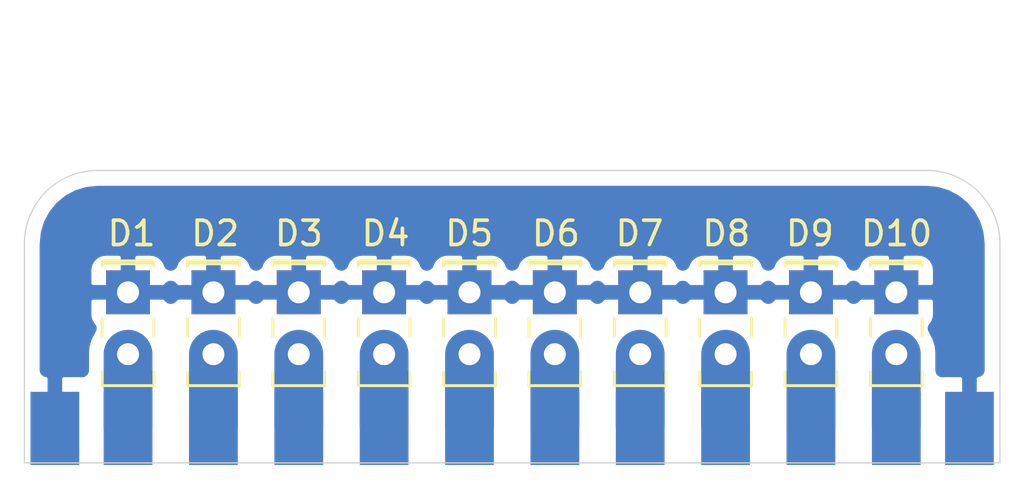
<source format=kicad_pcb>
(kicad_pcb (version 20171130) (host pcbnew "(5.1.5-0-10_14)")

  (general
    (thickness 1.6)
    (drawings 7)
    (tracks 13)
    (zones 0)
    (modules 11)
    (nets 12)
  )

  (page A4)
  (layers
    (0 F.Cu signal)
    (31 B.Cu signal)
    (32 B.Adhes user)
    (33 F.Adhes user)
    (34 B.Paste user)
    (35 F.Paste user)
    (36 B.SilkS user)
    (37 F.SilkS user)
    (38 B.Mask user)
    (39 F.Mask user)
    (40 Dwgs.User user)
    (41 Cmts.User user)
    (42 Eco1.User user)
    (43 Eco2.User user)
    (44 Edge.Cuts user)
    (45 Margin user)
    (46 B.CrtYd user)
    (47 F.CrtYd user)
    (48 B.Fab user)
    (49 F.Fab user)
  )

  (setup
    (last_trace_width 2)
    (trace_clearance 0.5)
    (zone_clearance 0.6)
    (zone_45_only no)
    (trace_min 0.2)
    (via_size 0.8)
    (via_drill 0.4)
    (via_min_size 0.4)
    (via_min_drill 0.3)
    (uvia_size 0.3)
    (uvia_drill 0.1)
    (uvias_allowed no)
    (uvia_min_size 0.2)
    (uvia_min_drill 0.1)
    (edge_width 0.05)
    (segment_width 0.2)
    (pcb_text_width 0.3)
    (pcb_text_size 1.5 1.5)
    (mod_edge_width 0.12)
    (mod_text_size 1 1)
    (mod_text_width 0.15)
    (pad_size 1.524 1.524)
    (pad_drill 0.762)
    (pad_to_mask_clearance 0.051)
    (solder_mask_min_width 0.25)
    (aux_axis_origin 0 0)
    (visible_elements FFFFFF7F)
    (pcbplotparams
      (layerselection 0x010fc_ffffffff)
      (usegerberextensions false)
      (usegerberattributes false)
      (usegerberadvancedattributes false)
      (creategerberjobfile false)
      (excludeedgelayer true)
      (linewidth 0.100000)
      (plotframeref false)
      (viasonmask false)
      (mode 1)
      (useauxorigin false)
      (hpglpennumber 1)
      (hpglpenspeed 20)
      (hpglpendiameter 15.000000)
      (psnegative false)
      (psa4output false)
      (plotreference true)
      (plotvalue true)
      (plotinvisibletext false)
      (padsonsilk false)
      (subtractmaskfromsilk false)
      (outputformat 1)
      (mirror false)
      (drillshape 0)
      (scaleselection 1)
      (outputdirectory "../gerber/led_board"))
  )

  (net 0 "")
  (net 1 GND)
  (net 2 "Net-(D1-Pad2)")
  (net 3 "Net-(D2-Pad2)")
  (net 4 "Net-(D3-Pad2)")
  (net 5 "Net-(D4-Pad2)")
  (net 6 "Net-(D5-Pad2)")
  (net 7 "Net-(D6-Pad2)")
  (net 8 "Net-(D7-Pad2)")
  (net 9 "Net-(D8-Pad2)")
  (net 10 "Net-(D9-Pad2)")
  (net 11 "Net-(D10-Pad2)")

  (net_class Default "This is the default net class."
    (clearance 0.5)
    (trace_width 2)
    (via_dia 0.8)
    (via_drill 0.4)
    (uvia_dia 0.3)
    (uvia_drill 0.1)
    (add_net GND)
    (add_net "Net-(D1-Pad2)")
    (add_net "Net-(D10-Pad2)")
    (add_net "Net-(D2-Pad2)")
    (add_net "Net-(D3-Pad2)")
    (add_net "Net-(D4-Pad2)")
    (add_net "Net-(D5-Pad2)")
    (add_net "Net-(D6-Pad2)")
    (add_net "Net-(D7-Pad2)")
    (add_net "Net-(D8-Pad2)")
    (add_net "Net-(D9-Pad2)")
  )

  (module lib:PCBEdge_x11 (layer B.Cu) (tedit 5F16ADD3) (tstamp 5F172409)
    (at 144.25 100.584)
    (descr PCBEdge_Pin_HEader_x11)
    (tags PCBEdge)
    (path /5F16E646)
    (attr virtual)
    (fp_text reference J1 (at 11.176 2.54) (layer B.SilkS) hide
      (effects (font (size 1 1) (thickness 0.15)) (justify mirror))
    )
    (fp_text value Conn_01x11_Male (at 11.684 -2.794) (layer B.Fab)
      (effects (font (size 1 1) (thickness 0.15)) (justify mirror))
    )
    (fp_line (start 35.56 -1.524) (end -4.064 -1.524) (layer B.CrtYd) (width 0.05))
    (fp_line (start 35.56 -1.524) (end 35.56 1.524) (layer B.CrtYd) (width 0.05))
    (fp_line (start -4.064 1.524) (end -4.064 -1.524) (layer B.CrtYd) (width 0.05))
    (fp_line (start -4.064 1.524) (end 35.56 1.524) (layer B.CrtYd) (width 0.05))
    (pad 11 connect rect (at -3 0) (size 2 3) (layers B.Cu B.Mask)
      (net 1 GND))
    (pad 11 connect rect (at 34.5 0) (size 2 3) (layers B.Cu B.Mask)
      (net 1 GND))
    (pad 10 connect rect (at 31.5 0) (size 2 3) (layers B.Cu B.Mask)
      (net 11 "Net-(D10-Pad2)"))
    (pad 9 connect rect (at 28 0) (size 2 3) (layers B.Cu B.Mask)
      (net 10 "Net-(D9-Pad2)"))
    (pad 8 connect rect (at 24.5 0) (size 2 3) (layers B.Cu B.Mask)
      (net 9 "Net-(D8-Pad2)"))
    (pad 7 connect rect (at 21 0) (size 2 3) (layers B.Cu B.Mask)
      (net 8 "Net-(D7-Pad2)"))
    (pad 6 connect rect (at 17.5 0 180) (size 2 3) (layers B.Cu B.Mask)
      (net 7 "Net-(D6-Pad2)"))
    (pad 5 connect rect (at 14 0) (size 2 3) (layers B.Cu B.Mask)
      (net 6 "Net-(D5-Pad2)"))
    (pad 4 connect rect (at 10.5 0) (size 2 3) (layers B.Cu B.Mask)
      (net 5 "Net-(D4-Pad2)"))
    (pad 3 connect rect (at 7 0) (size 2 3) (layers B.Cu B.Mask)
      (net 4 "Net-(D3-Pad2)"))
    (pad 2 connect rect (at 3.5 0) (size 2 3) (layers B.Cu B.Mask)
      (net 3 "Net-(D2-Pad2)"))
    (pad 1 connect rect (at 0 0) (size 2 3) (layers B.Cu B.Mask)
      (net 2 "Net-(D1-Pad2)"))
  )

  (module LED_THT:LED_Rectangular_W5.0mm_H2.0mm (layer F.Cu) (tedit 587A3A7B) (tstamp 5F1733F7)
    (at 144.25 95 270)
    (descr "LED_Rectangular, Rectangular,  Rectangular size 5.0x2.0mm^2, 2 pins, http://www.kingbright.com/attachments/file/psearch/000/00/00/L-169XCGDK(Ver.9B).pdf")
    (tags "LED_Rectangular Rectangular  Rectangular size 5.0x2.0mm^2 2 pins")
    (path /5F169A9A)
    (fp_text reference D1 (at -2.417 -0.145 180) (layer F.SilkS)
      (effects (font (size 1 1) (thickness 0.15)))
    )
    (fp_text value LED (at 1.27 2.06 90) (layer F.Fab)
      (effects (font (size 1 1) (thickness 0.15)))
    )
    (fp_line (start -1.23 -1) (end -1.23 1) (layer F.Fab) (width 0.1))
    (fp_line (start -1.23 1) (end 3.77 1) (layer F.Fab) (width 0.1))
    (fp_line (start 3.77 1) (end 3.77 -1) (layer F.Fab) (width 0.1))
    (fp_line (start 3.77 -1) (end -1.23 -1) (layer F.Fab) (width 0.1))
    (fp_line (start -1.29 -1.06) (end -1.08 -1.06) (layer F.SilkS) (width 0.12))
    (fp_line (start 1.08 -1.06) (end 1.811 -1.06) (layer F.SilkS) (width 0.12))
    (fp_line (start 3.27 -1.06) (end 3.83 -1.06) (layer F.SilkS) (width 0.12))
    (fp_line (start -1.29 1.06) (end -1.08 1.06) (layer F.SilkS) (width 0.12))
    (fp_line (start 1.08 1.06) (end 1.811 1.06) (layer F.SilkS) (width 0.12))
    (fp_line (start 3.27 1.06) (end 3.83 1.06) (layer F.SilkS) (width 0.12))
    (fp_line (start -1.29 -1.06) (end -1.29 1.06) (layer F.SilkS) (width 0.12))
    (fp_line (start 3.83 -1.06) (end 3.83 1.06) (layer F.SilkS) (width 0.12))
    (fp_line (start -1.17 -1.06) (end -1.17 1.06) (layer F.SilkS) (width 0.12))
    (fp_line (start -1.55 -1.35) (end -1.55 1.35) (layer F.CrtYd) (width 0.05))
    (fp_line (start -1.55 1.35) (end 4.1 1.35) (layer F.CrtYd) (width 0.05))
    (fp_line (start 4.1 1.35) (end 4.1 -1.35) (layer F.CrtYd) (width 0.05))
    (fp_line (start 4.1 -1.35) (end -1.55 -1.35) (layer F.CrtYd) (width 0.05))
    (pad 1 thru_hole rect (at 0 0 270) (size 1.8 1.8) (drill 0.9) (layers *.Cu *.Mask)
      (net 1 GND))
    (pad 2 thru_hole circle (at 2.54 0 270) (size 1.8 1.8) (drill 0.9) (layers *.Cu *.Mask)
      (net 2 "Net-(D1-Pad2)"))
    (model ${KISYS3DMOD}/LED_THT.3dshapes/LED_Rectangular_W5.0mm_H2.0mm.wrl
      (at (xyz 0 0 0))
      (scale (xyz 1 1 1))
      (rotate (xyz 0 0 0))
    )
  )

  (module LED_THT:LED_Rectangular_W5.0mm_H2.0mm (layer F.Cu) (tedit 587A3A7B) (tstamp 5F173541)
    (at 147.75 95 270)
    (descr "LED_Rectangular, Rectangular,  Rectangular size 5.0x2.0mm^2, 2 pins, http://www.kingbright.com/attachments/file/psearch/000/00/00/L-169XCGDK(Ver.9B).pdf")
    (tags "LED_Rectangular Rectangular  Rectangular size 5.0x2.0mm^2 2 pins")
    (path /5F16B65F)
    (fp_text reference D2 (at -2.417 -0.074 180) (layer F.SilkS)
      (effects (font (size 1 1) (thickness 0.15)))
    )
    (fp_text value LED (at 1.27 2.06 90) (layer F.Fab)
      (effects (font (size 1 1) (thickness 0.15)))
    )
    (fp_line (start 4.1 -1.35) (end -1.55 -1.35) (layer F.CrtYd) (width 0.05))
    (fp_line (start 4.1 1.35) (end 4.1 -1.35) (layer F.CrtYd) (width 0.05))
    (fp_line (start -1.55 1.35) (end 4.1 1.35) (layer F.CrtYd) (width 0.05))
    (fp_line (start -1.55 -1.35) (end -1.55 1.35) (layer F.CrtYd) (width 0.05))
    (fp_line (start -1.17 -1.06) (end -1.17 1.06) (layer F.SilkS) (width 0.12))
    (fp_line (start 3.83 -1.06) (end 3.83 1.06) (layer F.SilkS) (width 0.12))
    (fp_line (start -1.29 -1.06) (end -1.29 1.06) (layer F.SilkS) (width 0.12))
    (fp_line (start 3.27 1.06) (end 3.83 1.06) (layer F.SilkS) (width 0.12))
    (fp_line (start 1.08 1.06) (end 1.811 1.06) (layer F.SilkS) (width 0.12))
    (fp_line (start -1.29 1.06) (end -1.08 1.06) (layer F.SilkS) (width 0.12))
    (fp_line (start 3.27 -1.06) (end 3.83 -1.06) (layer F.SilkS) (width 0.12))
    (fp_line (start 1.08 -1.06) (end 1.811 -1.06) (layer F.SilkS) (width 0.12))
    (fp_line (start -1.29 -1.06) (end -1.08 -1.06) (layer F.SilkS) (width 0.12))
    (fp_line (start 3.77 -1) (end -1.23 -1) (layer F.Fab) (width 0.1))
    (fp_line (start 3.77 1) (end 3.77 -1) (layer F.Fab) (width 0.1))
    (fp_line (start -1.23 1) (end 3.77 1) (layer F.Fab) (width 0.1))
    (fp_line (start -1.23 -1) (end -1.23 1) (layer F.Fab) (width 0.1))
    (pad 2 thru_hole circle (at 2.54 0 270) (size 1.8 1.8) (drill 0.9) (layers *.Cu *.Mask)
      (net 3 "Net-(D2-Pad2)"))
    (pad 1 thru_hole rect (at 0 0 270) (size 1.8 1.8) (drill 0.9) (layers *.Cu *.Mask)
      (net 1 GND))
    (model ${KISYS3DMOD}/LED_THT.3dshapes/LED_Rectangular_W5.0mm_H2.0mm.wrl
      (at (xyz 0 0 0))
      (scale (xyz 1 1 1))
      (rotate (xyz 0 0 0))
    )
  )

  (module LED_THT:LED_Rectangular_W5.0mm_H2.0mm (layer F.Cu) (tedit 587A3A7B) (tstamp 5F1732EF)
    (at 151.25 95 270)
    (descr "LED_Rectangular, Rectangular,  Rectangular size 5.0x2.0mm^2, 2 pins, http://www.kingbright.com/attachments/file/psearch/000/00/00/L-169XCGDK(Ver.9B).pdf")
    (tags "LED_Rectangular Rectangular  Rectangular size 5.0x2.0mm^2 2 pins")
    (path /5F16BC49)
    (fp_text reference D3 (at -2.417 -0.003 180) (layer F.SilkS)
      (effects (font (size 1 1) (thickness 0.15)))
    )
    (fp_text value LED (at 1.27 2.06 90) (layer F.Fab)
      (effects (font (size 1 1) (thickness 0.15)))
    )
    (fp_line (start -1.23 -1) (end -1.23 1) (layer F.Fab) (width 0.1))
    (fp_line (start -1.23 1) (end 3.77 1) (layer F.Fab) (width 0.1))
    (fp_line (start 3.77 1) (end 3.77 -1) (layer F.Fab) (width 0.1))
    (fp_line (start 3.77 -1) (end -1.23 -1) (layer F.Fab) (width 0.1))
    (fp_line (start -1.29 -1.06) (end -1.08 -1.06) (layer F.SilkS) (width 0.12))
    (fp_line (start 1.08 -1.06) (end 1.811 -1.06) (layer F.SilkS) (width 0.12))
    (fp_line (start 3.27 -1.06) (end 3.83 -1.06) (layer F.SilkS) (width 0.12))
    (fp_line (start -1.29 1.06) (end -1.08 1.06) (layer F.SilkS) (width 0.12))
    (fp_line (start 1.08 1.06) (end 1.811 1.06) (layer F.SilkS) (width 0.12))
    (fp_line (start 3.27 1.06) (end 3.83 1.06) (layer F.SilkS) (width 0.12))
    (fp_line (start -1.29 -1.06) (end -1.29 1.06) (layer F.SilkS) (width 0.12))
    (fp_line (start 3.83 -1.06) (end 3.83 1.06) (layer F.SilkS) (width 0.12))
    (fp_line (start -1.17 -1.06) (end -1.17 1.06) (layer F.SilkS) (width 0.12))
    (fp_line (start -1.55 -1.35) (end -1.55 1.35) (layer F.CrtYd) (width 0.05))
    (fp_line (start -1.55 1.35) (end 4.1 1.35) (layer F.CrtYd) (width 0.05))
    (fp_line (start 4.1 1.35) (end 4.1 -1.35) (layer F.CrtYd) (width 0.05))
    (fp_line (start 4.1 -1.35) (end -1.55 -1.35) (layer F.CrtYd) (width 0.05))
    (pad 1 thru_hole rect (at 0 0 270) (size 1.8 1.8) (drill 0.9) (layers *.Cu *.Mask)
      (net 1 GND))
    (pad 2 thru_hole circle (at 2.54 0 270) (size 1.8 1.8) (drill 0.9) (layers *.Cu *.Mask)
      (net 4 "Net-(D3-Pad2)"))
    (model ${KISYS3DMOD}/LED_THT.3dshapes/LED_Rectangular_W5.0mm_H2.0mm.wrl
      (at (xyz 0 0 0))
      (scale (xyz 1 1 1))
      (rotate (xyz 0 0 0))
    )
  )

  (module LED_THT:LED_Rectangular_W5.0mm_H2.0mm (layer F.Cu) (tedit 587A3A7B) (tstamp 5F1734BD)
    (at 154.75 95 270)
    (descr "LED_Rectangular, Rectangular,  Rectangular size 5.0x2.0mm^2, 2 pins, http://www.kingbright.com/attachments/file/psearch/000/00/00/L-169XCGDK(Ver.9B).pdf")
    (tags "LED_Rectangular Rectangular  Rectangular size 5.0x2.0mm^2 2 pins")
    (path /5F16C2FE)
    (fp_text reference D4 (at -2.417 -0.059 180) (layer F.SilkS)
      (effects (font (size 1 1) (thickness 0.15)))
    )
    (fp_text value LED (at 1.27 2.06 90) (layer F.Fab)
      (effects (font (size 1 1) (thickness 0.15)))
    )
    (fp_line (start 4.1 -1.35) (end -1.55 -1.35) (layer F.CrtYd) (width 0.05))
    (fp_line (start 4.1 1.35) (end 4.1 -1.35) (layer F.CrtYd) (width 0.05))
    (fp_line (start -1.55 1.35) (end 4.1 1.35) (layer F.CrtYd) (width 0.05))
    (fp_line (start -1.55 -1.35) (end -1.55 1.35) (layer F.CrtYd) (width 0.05))
    (fp_line (start -1.17 -1.06) (end -1.17 1.06) (layer F.SilkS) (width 0.12))
    (fp_line (start 3.83 -1.06) (end 3.83 1.06) (layer F.SilkS) (width 0.12))
    (fp_line (start -1.29 -1.06) (end -1.29 1.06) (layer F.SilkS) (width 0.12))
    (fp_line (start 3.27 1.06) (end 3.83 1.06) (layer F.SilkS) (width 0.12))
    (fp_line (start 1.08 1.06) (end 1.811 1.06) (layer F.SilkS) (width 0.12))
    (fp_line (start -1.29 1.06) (end -1.08 1.06) (layer F.SilkS) (width 0.12))
    (fp_line (start 3.27 -1.06) (end 3.83 -1.06) (layer F.SilkS) (width 0.12))
    (fp_line (start 1.08 -1.06) (end 1.811 -1.06) (layer F.SilkS) (width 0.12))
    (fp_line (start -1.29 -1.06) (end -1.08 -1.06) (layer F.SilkS) (width 0.12))
    (fp_line (start 3.77 -1) (end -1.23 -1) (layer F.Fab) (width 0.1))
    (fp_line (start 3.77 1) (end 3.77 -1) (layer F.Fab) (width 0.1))
    (fp_line (start -1.23 1) (end 3.77 1) (layer F.Fab) (width 0.1))
    (fp_line (start -1.23 -1) (end -1.23 1) (layer F.Fab) (width 0.1))
    (pad 2 thru_hole circle (at 2.54 0 270) (size 1.8 1.8) (drill 0.9) (layers *.Cu *.Mask)
      (net 5 "Net-(D4-Pad2)"))
    (pad 1 thru_hole rect (at 0 0 270) (size 1.8 1.8) (drill 0.9) (layers *.Cu *.Mask)
      (net 1 GND))
    (model ${KISYS3DMOD}/LED_THT.3dshapes/LED_Rectangular_W5.0mm_H2.0mm.wrl
      (at (xyz 0 0 0))
      (scale (xyz 1 1 1))
      (rotate (xyz 0 0 0))
    )
  )

  (module LED_THT:LED_Rectangular_W5.0mm_H2.0mm (layer F.Cu) (tedit 587A3A7B) (tstamp 5F173C55)
    (at 158.25 95 270)
    (descr "LED_Rectangular, Rectangular,  Rectangular size 5.0x2.0mm^2, 2 pins, http://www.kingbright.com/attachments/file/psearch/000/00/00/L-169XCGDK(Ver.9B).pdf")
    (tags "LED_Rectangular Rectangular  Rectangular size 5.0x2.0mm^2 2 pins")
    (path /5F16C6DE)
    (fp_text reference D5 (at -2.417 0.012 180) (layer F.SilkS)
      (effects (font (size 1 1) (thickness 0.15)))
    )
    (fp_text value LED (at 1.27 2.06 90) (layer F.Fab)
      (effects (font (size 1 1) (thickness 0.15)))
    )
    (fp_line (start -1.23 -1) (end -1.23 1) (layer F.Fab) (width 0.1))
    (fp_line (start -1.23 1) (end 3.77 1) (layer F.Fab) (width 0.1))
    (fp_line (start 3.77 1) (end 3.77 -1) (layer F.Fab) (width 0.1))
    (fp_line (start 3.77 -1) (end -1.23 -1) (layer F.Fab) (width 0.1))
    (fp_line (start -1.29 -1.06) (end -1.08 -1.06) (layer F.SilkS) (width 0.12))
    (fp_line (start 1.08 -1.06) (end 1.811 -1.06) (layer F.SilkS) (width 0.12))
    (fp_line (start 3.27 -1.06) (end 3.83 -1.06) (layer F.SilkS) (width 0.12))
    (fp_line (start -1.29 1.06) (end -1.08 1.06) (layer F.SilkS) (width 0.12))
    (fp_line (start 1.08 1.06) (end 1.811 1.06) (layer F.SilkS) (width 0.12))
    (fp_line (start 3.27 1.06) (end 3.83 1.06) (layer F.SilkS) (width 0.12))
    (fp_line (start -1.29 -1.06) (end -1.29 1.06) (layer F.SilkS) (width 0.12))
    (fp_line (start 3.83 -1.06) (end 3.83 1.06) (layer F.SilkS) (width 0.12))
    (fp_line (start -1.17 -1.06) (end -1.17 1.06) (layer F.SilkS) (width 0.12))
    (fp_line (start -1.55 -1.35) (end -1.55 1.35) (layer F.CrtYd) (width 0.05))
    (fp_line (start -1.55 1.35) (end 4.1 1.35) (layer F.CrtYd) (width 0.05))
    (fp_line (start 4.1 1.35) (end 4.1 -1.35) (layer F.CrtYd) (width 0.05))
    (fp_line (start 4.1 -1.35) (end -1.55 -1.35) (layer F.CrtYd) (width 0.05))
    (pad 1 thru_hole rect (at 0 0 270) (size 1.8 1.8) (drill 0.9) (layers *.Cu *.Mask)
      (net 1 GND))
    (pad 2 thru_hole circle (at 2.54 0 270) (size 1.8 1.8) (drill 0.9) (layers *.Cu *.Mask)
      (net 6 "Net-(D5-Pad2)"))
    (model ${KISYS3DMOD}/LED_THT.3dshapes/LED_Rectangular_W5.0mm_H2.0mm.wrl
      (at (xyz 0 0 0))
      (scale (xyz 1 1 1))
      (rotate (xyz 0 0 0))
    )
  )

  (module LED_THT:LED_Rectangular_W5.0mm_H2.0mm (layer F.Cu) (tedit 587A3A7B) (tstamp 5F1733B5)
    (at 161.75 95 270)
    (descr "LED_Rectangular, Rectangular,  Rectangular size 5.0x2.0mm^2, 2 pins, http://www.kingbright.com/attachments/file/psearch/000/00/00/L-169XCGDK(Ver.9B).pdf")
    (tags "LED_Rectangular Rectangular  Rectangular size 5.0x2.0mm^2 2 pins")
    (path /5F16CCC8)
    (fp_text reference D6 (at -2.417 -0.044 180) (layer F.SilkS)
      (effects (font (size 1 1) (thickness 0.15)))
    )
    (fp_text value LED (at 1.27 2.06 90) (layer F.Fab)
      (effects (font (size 1 1) (thickness 0.15)))
    )
    (fp_line (start 4.1 -1.35) (end -1.55 -1.35) (layer F.CrtYd) (width 0.05))
    (fp_line (start 4.1 1.35) (end 4.1 -1.35) (layer F.CrtYd) (width 0.05))
    (fp_line (start -1.55 1.35) (end 4.1 1.35) (layer F.CrtYd) (width 0.05))
    (fp_line (start -1.55 -1.35) (end -1.55 1.35) (layer F.CrtYd) (width 0.05))
    (fp_line (start -1.17 -1.06) (end -1.17 1.06) (layer F.SilkS) (width 0.12))
    (fp_line (start 3.83 -1.06) (end 3.83 1.06) (layer F.SilkS) (width 0.12))
    (fp_line (start -1.29 -1.06) (end -1.29 1.06) (layer F.SilkS) (width 0.12))
    (fp_line (start 3.27 1.06) (end 3.83 1.06) (layer F.SilkS) (width 0.12))
    (fp_line (start 1.08 1.06) (end 1.811 1.06) (layer F.SilkS) (width 0.12))
    (fp_line (start -1.29 1.06) (end -1.08 1.06) (layer F.SilkS) (width 0.12))
    (fp_line (start 3.27 -1.06) (end 3.83 -1.06) (layer F.SilkS) (width 0.12))
    (fp_line (start 1.08 -1.06) (end 1.811 -1.06) (layer F.SilkS) (width 0.12))
    (fp_line (start -1.29 -1.06) (end -1.08 -1.06) (layer F.SilkS) (width 0.12))
    (fp_line (start 3.77 -1) (end -1.23 -1) (layer F.Fab) (width 0.1))
    (fp_line (start 3.77 1) (end 3.77 -1) (layer F.Fab) (width 0.1))
    (fp_line (start -1.23 1) (end 3.77 1) (layer F.Fab) (width 0.1))
    (fp_line (start -1.23 -1) (end -1.23 1) (layer F.Fab) (width 0.1))
    (pad 2 thru_hole circle (at 2.54 0 270) (size 1.8 1.8) (drill 0.9) (layers *.Cu *.Mask)
      (net 7 "Net-(D6-Pad2)"))
    (pad 1 thru_hole rect (at 0 0 270) (size 1.8 1.8) (drill 0.9) (layers *.Cu *.Mask)
      (net 1 GND))
    (model ${KISYS3DMOD}/LED_THT.3dshapes/LED_Rectangular_W5.0mm_H2.0mm.wrl
      (at (xyz 0 0 0))
      (scale (xyz 1 1 1))
      (rotate (xyz 0 0 0))
    )
  )

  (module LED_THT:LED_Rectangular_W5.0mm_H2.0mm (layer F.Cu) (tedit 587A3A7B) (tstamp 5F173373)
    (at 165.25 95 270)
    (descr "LED_Rectangular, Rectangular,  Rectangular size 5.0x2.0mm^2, 2 pins, http://www.kingbright.com/attachments/file/psearch/000/00/00/L-169XCGDK(Ver.9B).pdf")
    (tags "LED_Rectangular Rectangular  Rectangular size 5.0x2.0mm^2 2 pins")
    (path /5F16D295)
    (fp_text reference D7 (at -2.417 0.027 180) (layer F.SilkS)
      (effects (font (size 1 1) (thickness 0.15)))
    )
    (fp_text value LED (at 1.27 2.06 90) (layer F.Fab)
      (effects (font (size 1 1) (thickness 0.15)))
    )
    (fp_line (start -1.23 -1) (end -1.23 1) (layer F.Fab) (width 0.1))
    (fp_line (start -1.23 1) (end 3.77 1) (layer F.Fab) (width 0.1))
    (fp_line (start 3.77 1) (end 3.77 -1) (layer F.Fab) (width 0.1))
    (fp_line (start 3.77 -1) (end -1.23 -1) (layer F.Fab) (width 0.1))
    (fp_line (start -1.29 -1.06) (end -1.08 -1.06) (layer F.SilkS) (width 0.12))
    (fp_line (start 1.08 -1.06) (end 1.811 -1.06) (layer F.SilkS) (width 0.12))
    (fp_line (start 3.27 -1.06) (end 3.83 -1.06) (layer F.SilkS) (width 0.12))
    (fp_line (start -1.29 1.06) (end -1.08 1.06) (layer F.SilkS) (width 0.12))
    (fp_line (start 1.08 1.06) (end 1.811 1.06) (layer F.SilkS) (width 0.12))
    (fp_line (start 3.27 1.06) (end 3.83 1.06) (layer F.SilkS) (width 0.12))
    (fp_line (start -1.29 -1.06) (end -1.29 1.06) (layer F.SilkS) (width 0.12))
    (fp_line (start 3.83 -1.06) (end 3.83 1.06) (layer F.SilkS) (width 0.12))
    (fp_line (start -1.17 -1.06) (end -1.17 1.06) (layer F.SilkS) (width 0.12))
    (fp_line (start -1.55 -1.35) (end -1.55 1.35) (layer F.CrtYd) (width 0.05))
    (fp_line (start -1.55 1.35) (end 4.1 1.35) (layer F.CrtYd) (width 0.05))
    (fp_line (start 4.1 1.35) (end 4.1 -1.35) (layer F.CrtYd) (width 0.05))
    (fp_line (start 4.1 -1.35) (end -1.55 -1.35) (layer F.CrtYd) (width 0.05))
    (pad 1 thru_hole rect (at 0 0 270) (size 1.8 1.8) (drill 0.9) (layers *.Cu *.Mask)
      (net 1 GND))
    (pad 2 thru_hole circle (at 2.54 0 270) (size 1.8 1.8) (drill 0.9) (layers *.Cu *.Mask)
      (net 8 "Net-(D7-Pad2)"))
    (model ${KISYS3DMOD}/LED_THT.3dshapes/LED_Rectangular_W5.0mm_H2.0mm.wrl
      (at (xyz 0 0 0))
      (scale (xyz 1 1 1))
      (rotate (xyz 0 0 0))
    )
  )

  (module LED_THT:LED_Rectangular_W5.0mm_H2.0mm (layer F.Cu) (tedit 587A3A7B) (tstamp 5F173331)
    (at 168.75 95 270)
    (descr "LED_Rectangular, Rectangular,  Rectangular size 5.0x2.0mm^2, 2 pins, http://www.kingbright.com/attachments/file/psearch/000/00/00/L-169XCGDK(Ver.9B).pdf")
    (tags "LED_Rectangular Rectangular  Rectangular size 5.0x2.0mm^2 2 pins")
    (path /5F16D692)
    (fp_text reference D8 (at -2.417 -0.029 180) (layer F.SilkS)
      (effects (font (size 1 1) (thickness 0.15)))
    )
    (fp_text value LED (at 1.27 2.06 90) (layer F.Fab)
      (effects (font (size 1 1) (thickness 0.15)))
    )
    (fp_line (start 4.1 -1.35) (end -1.55 -1.35) (layer F.CrtYd) (width 0.05))
    (fp_line (start 4.1 1.35) (end 4.1 -1.35) (layer F.CrtYd) (width 0.05))
    (fp_line (start -1.55 1.35) (end 4.1 1.35) (layer F.CrtYd) (width 0.05))
    (fp_line (start -1.55 -1.35) (end -1.55 1.35) (layer F.CrtYd) (width 0.05))
    (fp_line (start -1.17 -1.06) (end -1.17 1.06) (layer F.SilkS) (width 0.12))
    (fp_line (start 3.83 -1.06) (end 3.83 1.06) (layer F.SilkS) (width 0.12))
    (fp_line (start -1.29 -1.06) (end -1.29 1.06) (layer F.SilkS) (width 0.12))
    (fp_line (start 3.27 1.06) (end 3.83 1.06) (layer F.SilkS) (width 0.12))
    (fp_line (start 1.08 1.06) (end 1.811 1.06) (layer F.SilkS) (width 0.12))
    (fp_line (start -1.29 1.06) (end -1.08 1.06) (layer F.SilkS) (width 0.12))
    (fp_line (start 3.27 -1.06) (end 3.83 -1.06) (layer F.SilkS) (width 0.12))
    (fp_line (start 1.08 -1.06) (end 1.811 -1.06) (layer F.SilkS) (width 0.12))
    (fp_line (start -1.29 -1.06) (end -1.08 -1.06) (layer F.SilkS) (width 0.12))
    (fp_line (start 3.77 -1) (end -1.23 -1) (layer F.Fab) (width 0.1))
    (fp_line (start 3.77 1) (end 3.77 -1) (layer F.Fab) (width 0.1))
    (fp_line (start -1.23 1) (end 3.77 1) (layer F.Fab) (width 0.1))
    (fp_line (start -1.23 -1) (end -1.23 1) (layer F.Fab) (width 0.1))
    (pad 2 thru_hole circle (at 2.54 0 270) (size 1.8 1.8) (drill 0.9) (layers *.Cu *.Mask)
      (net 9 "Net-(D8-Pad2)"))
    (pad 1 thru_hole rect (at 0 0 270) (size 1.8 1.8) (drill 0.9) (layers *.Cu *.Mask)
      (net 1 GND))
    (model ${KISYS3DMOD}/LED_THT.3dshapes/LED_Rectangular_W5.0mm_H2.0mm.wrl
      (at (xyz 0 0 0))
      (scale (xyz 1 1 1))
      (rotate (xyz 0 0 0))
    )
  )

  (module LED_THT:LED_Rectangular_W5.0mm_H2.0mm (layer F.Cu) (tedit 587A3A7B) (tstamp 5F17347B)
    (at 172.25 95 270)
    (descr "LED_Rectangular, Rectangular,  Rectangular size 5.0x2.0mm^2, 2 pins, http://www.kingbright.com/attachments/file/psearch/000/00/00/L-169XCGDK(Ver.9B).pdf")
    (tags "LED_Rectangular Rectangular  Rectangular size 5.0x2.0mm^2 2 pins")
    (path /5F16DAC9)
    (fp_text reference D9 (at -2.417 0.042 180) (layer F.SilkS)
      (effects (font (size 1 1) (thickness 0.15)))
    )
    (fp_text value LED (at 1.27 2.06 90) (layer F.Fab)
      (effects (font (size 1 1) (thickness 0.15)))
    )
    (fp_line (start -1.23 -1) (end -1.23 1) (layer F.Fab) (width 0.1))
    (fp_line (start -1.23 1) (end 3.77 1) (layer F.Fab) (width 0.1))
    (fp_line (start 3.77 1) (end 3.77 -1) (layer F.Fab) (width 0.1))
    (fp_line (start 3.77 -1) (end -1.23 -1) (layer F.Fab) (width 0.1))
    (fp_line (start -1.29 -1.06) (end -1.08 -1.06) (layer F.SilkS) (width 0.12))
    (fp_line (start 1.08 -1.06) (end 1.811 -1.06) (layer F.SilkS) (width 0.12))
    (fp_line (start 3.27 -1.06) (end 3.83 -1.06) (layer F.SilkS) (width 0.12))
    (fp_line (start -1.29 1.06) (end -1.08 1.06) (layer F.SilkS) (width 0.12))
    (fp_line (start 1.08 1.06) (end 1.811 1.06) (layer F.SilkS) (width 0.12))
    (fp_line (start 3.27 1.06) (end 3.83 1.06) (layer F.SilkS) (width 0.12))
    (fp_line (start -1.29 -1.06) (end -1.29 1.06) (layer F.SilkS) (width 0.12))
    (fp_line (start 3.83 -1.06) (end 3.83 1.06) (layer F.SilkS) (width 0.12))
    (fp_line (start -1.17 -1.06) (end -1.17 1.06) (layer F.SilkS) (width 0.12))
    (fp_line (start -1.55 -1.35) (end -1.55 1.35) (layer F.CrtYd) (width 0.05))
    (fp_line (start -1.55 1.35) (end 4.1 1.35) (layer F.CrtYd) (width 0.05))
    (fp_line (start 4.1 1.35) (end 4.1 -1.35) (layer F.CrtYd) (width 0.05))
    (fp_line (start 4.1 -1.35) (end -1.55 -1.35) (layer F.CrtYd) (width 0.05))
    (pad 1 thru_hole rect (at 0 0 270) (size 1.8 1.8) (drill 0.9) (layers *.Cu *.Mask)
      (net 1 GND))
    (pad 2 thru_hole circle (at 2.54 0 270) (size 1.8 1.8) (drill 0.9) (layers *.Cu *.Mask)
      (net 10 "Net-(D9-Pad2)"))
    (model ${KISYS3DMOD}/LED_THT.3dshapes/LED_Rectangular_W5.0mm_H2.0mm.wrl
      (at (xyz 0 0 0))
      (scale (xyz 1 1 1))
      (rotate (xyz 0 0 0))
    )
  )

  (module LED_THT:LED_Rectangular_W5.0mm_H2.0mm (layer F.Cu) (tedit 587A3A7B) (tstamp 5F1734FF)
    (at 175.75 95 270)
    (descr "LED_Rectangular, Rectangular,  Rectangular size 5.0x2.0mm^2, 2 pins, http://www.kingbright.com/attachments/file/psearch/000/00/00/L-169XCGDK(Ver.9B).pdf")
    (tags "LED_Rectangular Rectangular  Rectangular size 5.0x2.0mm^2 2 pins")
    (path /5F16DF3A)
    (fp_text reference D10 (at -2.417 -0.014 180) (layer F.SilkS)
      (effects (font (size 1 1) (thickness 0.15)))
    )
    (fp_text value LED (at 1.27 2.06 90) (layer F.Fab)
      (effects (font (size 1 1) (thickness 0.15)))
    )
    (fp_line (start 4.1 -1.35) (end -1.55 -1.35) (layer F.CrtYd) (width 0.05))
    (fp_line (start 4.1 1.35) (end 4.1 -1.35) (layer F.CrtYd) (width 0.05))
    (fp_line (start -1.55 1.35) (end 4.1 1.35) (layer F.CrtYd) (width 0.05))
    (fp_line (start -1.55 -1.35) (end -1.55 1.35) (layer F.CrtYd) (width 0.05))
    (fp_line (start -1.17 -1.06) (end -1.17 1.06) (layer F.SilkS) (width 0.12))
    (fp_line (start 3.83 -1.06) (end 3.83 1.06) (layer F.SilkS) (width 0.12))
    (fp_line (start -1.29 -1.06) (end -1.29 1.06) (layer F.SilkS) (width 0.12))
    (fp_line (start 3.27 1.06) (end 3.83 1.06) (layer F.SilkS) (width 0.12))
    (fp_line (start 1.08 1.06) (end 1.811 1.06) (layer F.SilkS) (width 0.12))
    (fp_line (start -1.29 1.06) (end -1.08 1.06) (layer F.SilkS) (width 0.12))
    (fp_line (start 3.27 -1.06) (end 3.83 -1.06) (layer F.SilkS) (width 0.12))
    (fp_line (start 1.08 -1.06) (end 1.811 -1.06) (layer F.SilkS) (width 0.12))
    (fp_line (start -1.29 -1.06) (end -1.08 -1.06) (layer F.SilkS) (width 0.12))
    (fp_line (start 3.77 -1) (end -1.23 -1) (layer F.Fab) (width 0.1))
    (fp_line (start 3.77 1) (end 3.77 -1) (layer F.Fab) (width 0.1))
    (fp_line (start -1.23 1) (end 3.77 1) (layer F.Fab) (width 0.1))
    (fp_line (start -1.23 -1) (end -1.23 1) (layer F.Fab) (width 0.1))
    (pad 2 thru_hole circle (at 2.54 0 270) (size 1.8 1.8) (drill 0.9) (layers *.Cu *.Mask)
      (net 11 "Net-(D10-Pad2)"))
    (pad 1 thru_hole rect (at 0 0 270) (size 1.8 1.8) (drill 0.9) (layers *.Cu *.Mask)
      (net 1 GND))
    (model ${KISYS3DMOD}/LED_THT.3dshapes/LED_Rectangular_W5.0mm_H2.0mm.wrl
      (at (xyz 0 0 0))
      (scale (xyz 1 1 1))
      (rotate (xyz 0 0 0))
    )
  )

  (gr_line (start 143 90) (end 177 90) (layer Edge.Cuts) (width 0.05) (tstamp 5F1737CD))
  (gr_line (start 180 93) (end 180 102) (layer Edge.Cuts) (width 0.05) (tstamp 5F1737C5))
  (gr_arc (start 177 93) (end 180 93) (angle -90) (layer Edge.Cuts) (width 0.05))
  (gr_arc (start 143 93) (end 143 90) (angle -90) (layer Edge.Cuts) (width 0.05))
  (dimension 34 (width 0.15) (layer Dwgs.User)
    (gr_text "34.000 mm" (at 160 83.7) (layer Dwgs.User)
      (effects (font (size 1 1) (thickness 0.15)))
    )
    (feature1 (pts (xy 177 95) (xy 177 84.413579)))
    (feature2 (pts (xy 143 95) (xy 143 84.413579)))
    (crossbar (pts (xy 143 85) (xy 177 85)))
    (arrow1a (pts (xy 177 85) (xy 175.873496 85.586421)))
    (arrow1b (pts (xy 177 85) (xy 175.873496 84.413579)))
    (arrow2a (pts (xy 143 85) (xy 144.126504 85.586421)))
    (arrow2b (pts (xy 143 85) (xy 144.126504 84.413579)))
  )
  (gr_line (start 140 102) (end 140 93) (layer Edge.Cuts) (width 0.05) (tstamp 5F17099E))
  (gr_line (start 180 102) (end 140 102) (layer Edge.Cuts) (width 0.05))

  (segment (start 144.25 98.812792) (end 144.25 100.47499) (width 2) (layer B.Cu) (net 2))
  (segment (start 144.25 97.54) (end 144.25 98.812792) (width 2) (layer B.Cu) (net 2))
  (segment (start 147.75 98.812792) (end 147.75 100.47499) (width 2) (layer B.Cu) (net 3))
  (segment (start 147.75 97.54) (end 147.75 98.812792) (width 2) (layer B.Cu) (net 3))
  (segment (start 151.25 97.54) (end 151.25 100.47499) (width 2) (layer B.Cu) (net 4))
  (segment (start 154.75 97.54) (end 154.75 100.47499) (width 2) (layer B.Cu) (net 5))
  (segment (start 158.25 97.54) (end 158.25 100.47499) (width 2) (layer B.Cu) (net 6))
  (segment (start 161.75 97.54) (end 161.75 100.47499) (width 2) (layer B.Cu) (net 7))
  (segment (start 165.25 97.54) (end 165.25 100.47499) (width 2) (layer B.Cu) (net 8))
  (segment (start 168.75 97.54) (end 168.75 100.47499) (width 2) (layer B.Cu) (net 9))
  (segment (start 172.25 97.54) (end 172.25 100.47499) (width 2) (layer B.Cu) (net 10))
  (segment (start 175.75 98.812792) (end 175.75 100.47499) (width 2) (layer B.Cu) (net 11))
  (segment (start 175.75 97.54) (end 175.75 98.812792) (width 2) (layer B.Cu) (net 11))

  (zone (net 1) (net_name GND) (layer B.Cu) (tstamp 5F17775B) (hatch edge 0.508)
    (connect_pads (clearance 0.6))
    (min_thickness 0.59)
    (fill yes (arc_segments 32) (thermal_gap 0.6) (thermal_bridge_width 0.6))
    (polygon
      (pts
        (xy 181 103) (xy 139 103) (xy 139 89) (xy 181 89)
      )
    )
    (filled_polygon
      (pts
        (xy 177.40315 90.963941) (xy 177.790947 91.081024) (xy 178.148612 91.271198) (xy 178.462532 91.527224) (xy 178.720741 91.839346)
        (xy 178.913407 92.195675) (xy 179.033195 92.582648) (xy 179.08 93.027964) (xy 179.080001 98.188431) (xy 178.97875 98.189)
        (xy 178.755 98.41275) (xy 178.755 100.579) (xy 178.775 100.579) (xy 178.775 100.589) (xy 178.755 100.589)
        (xy 178.755 100.609) (xy 178.745 100.609) (xy 178.745 100.589) (xy 178.725 100.589) (xy 178.725 100.579)
        (xy 178.745 100.579) (xy 178.745 98.41275) (xy 178.52125 98.189) (xy 177.75 98.184669) (xy 177.645 98.19501)
        (xy 177.645 97.446905) (xy 177.617581 97.168515) (xy 177.509223 96.811306) (xy 177.333259 96.4821) (xy 177.331677 96.480172)
        (xy 177.397766 96.399642) (xy 177.480874 96.244159) (xy 177.532051 96.075451) (xy 177.549331 95.9) (xy 177.545 95.22875)
        (xy 177.32125 95.005) (xy 175.755 95.005) (xy 175.755 95.025) (xy 175.745 95.025) (xy 175.745 95.005)
        (xy 174.17875 95.005) (xy 174 95.18375) (xy 173.82125 95.005) (xy 172.255 95.005) (xy 172.255 95.025)
        (xy 172.245 95.025) (xy 172.245 95.005) (xy 170.67875 95.005) (xy 170.5 95.18375) (xy 170.32125 95.005)
        (xy 168.755 95.005) (xy 168.755 95.025) (xy 168.745 95.025) (xy 168.745 95.005) (xy 167.17875 95.005)
        (xy 167 95.18375) (xy 166.82125 95.005) (xy 165.255 95.005) (xy 165.255 95.025) (xy 165.245 95.025)
        (xy 165.245 95.005) (xy 163.67875 95.005) (xy 163.5 95.18375) (xy 163.32125 95.005) (xy 161.755 95.005)
        (xy 161.755 95.025) (xy 161.745 95.025) (xy 161.745 95.005) (xy 160.17875 95.005) (xy 160 95.18375)
        (xy 159.82125 95.005) (xy 158.255 95.005) (xy 158.255 95.025) (xy 158.245 95.025) (xy 158.245 95.005)
        (xy 156.67875 95.005) (xy 156.5 95.18375) (xy 156.32125 95.005) (xy 154.755 95.005) (xy 154.755 95.025)
        (xy 154.745 95.025) (xy 154.745 95.005) (xy 153.17875 95.005) (xy 153 95.18375) (xy 152.82125 95.005)
        (xy 151.255 95.005) (xy 151.255 95.025) (xy 151.245 95.025) (xy 151.245 95.005) (xy 149.67875 95.005)
        (xy 149.5 95.18375) (xy 149.32125 95.005) (xy 147.755 95.005) (xy 147.755 95.025) (xy 147.745 95.025)
        (xy 147.745 95.005) (xy 146.17875 95.005) (xy 146 95.18375) (xy 145.82125 95.005) (xy 144.255 95.005)
        (xy 144.255 95.025) (xy 144.245 95.025) (xy 144.245 95.005) (xy 142.67875 95.005) (xy 142.455 95.22875)
        (xy 142.450669 95.9) (xy 142.467949 96.075451) (xy 142.519126 96.244159) (xy 142.602234 96.399642) (xy 142.668323 96.480172)
        (xy 142.666741 96.4821) (xy 142.490777 96.811307) (xy 142.382419 97.168516) (xy 142.355 97.446906) (xy 142.355 98.19501)
        (xy 142.25 98.184669) (xy 141.47875 98.189) (xy 141.255 98.41275) (xy 141.255 100.579) (xy 141.275 100.579)
        (xy 141.275 100.589) (xy 141.255 100.589) (xy 141.255 100.609) (xy 141.245 100.609) (xy 141.245 100.589)
        (xy 141.225 100.589) (xy 141.225 100.579) (xy 141.245 100.579) (xy 141.245 98.41275) (xy 141.02125 98.189)
        (xy 140.92 98.188431) (xy 140.92 94.1) (xy 142.450669 94.1) (xy 142.455 94.77125) (xy 142.67875 94.995)
        (xy 144.245 94.995) (xy 144.245 93.42875) (xy 144.255 93.42875) (xy 144.255 94.995) (xy 145.82125 94.995)
        (xy 146 94.81625) (xy 146.17875 94.995) (xy 147.745 94.995) (xy 147.745 93.42875) (xy 147.755 93.42875)
        (xy 147.755 94.995) (xy 149.32125 94.995) (xy 149.5 94.81625) (xy 149.67875 94.995) (xy 151.245 94.995)
        (xy 151.245 93.42875) (xy 151.255 93.42875) (xy 151.255 94.995) (xy 152.82125 94.995) (xy 153 94.81625)
        (xy 153.17875 94.995) (xy 154.745 94.995) (xy 154.745 93.42875) (xy 154.755 93.42875) (xy 154.755 94.995)
        (xy 156.32125 94.995) (xy 156.5 94.81625) (xy 156.67875 94.995) (xy 158.245 94.995) (xy 158.245 93.42875)
        (xy 158.255 93.42875) (xy 158.255 94.995) (xy 159.82125 94.995) (xy 160 94.81625) (xy 160.17875 94.995)
        (xy 161.745 94.995) (xy 161.745 93.42875) (xy 161.755 93.42875) (xy 161.755 94.995) (xy 163.32125 94.995)
        (xy 163.5 94.81625) (xy 163.67875 94.995) (xy 165.245 94.995) (xy 165.245 93.42875) (xy 165.255 93.42875)
        (xy 165.255 94.995) (xy 166.82125 94.995) (xy 167 94.81625) (xy 167.17875 94.995) (xy 168.745 94.995)
        (xy 168.745 93.42875) (xy 168.755 93.42875) (xy 168.755 94.995) (xy 170.32125 94.995) (xy 170.5 94.81625)
        (xy 170.67875 94.995) (xy 172.245 94.995) (xy 172.245 93.42875) (xy 172.255 93.42875) (xy 172.255 94.995)
        (xy 173.82125 94.995) (xy 174 94.81625) (xy 174.17875 94.995) (xy 175.745 94.995) (xy 175.745 93.42875)
        (xy 175.755 93.42875) (xy 175.755 94.995) (xy 177.32125 94.995) (xy 177.545 94.77125) (xy 177.549331 94.1)
        (xy 177.532051 93.924549) (xy 177.480874 93.755841) (xy 177.397766 93.600358) (xy 177.285923 93.464077) (xy 177.149642 93.352234)
        (xy 176.994159 93.269126) (xy 176.825451 93.217949) (xy 176.65 93.200669) (xy 175.97875 93.205) (xy 175.755 93.42875)
        (xy 175.745 93.42875) (xy 175.52125 93.205) (xy 174.85 93.200669) (xy 174.674549 93.217949) (xy 174.505841 93.269126)
        (xy 174.350358 93.352234) (xy 174.214077 93.464077) (xy 174.102234 93.600358) (xy 174.019126 93.755841) (xy 174 93.818891)
        (xy 173.980874 93.755841) (xy 173.897766 93.600358) (xy 173.785923 93.464077) (xy 173.649642 93.352234) (xy 173.494159 93.269126)
        (xy 173.325451 93.217949) (xy 173.15 93.200669) (xy 172.47875 93.205) (xy 172.255 93.42875) (xy 172.245 93.42875)
        (xy 172.02125 93.205) (xy 171.35 93.200669) (xy 171.174549 93.217949) (xy 171.005841 93.269126) (xy 170.850358 93.352234)
        (xy 170.714077 93.464077) (xy 170.602234 93.600358) (xy 170.519126 93.755841) (xy 170.5 93.818891) (xy 170.480874 93.755841)
        (xy 170.397766 93.600358) (xy 170.285923 93.464077) (xy 170.149642 93.352234) (xy 169.994159 93.269126) (xy 169.825451 93.217949)
        (xy 169.65 93.200669) (xy 168.97875 93.205) (xy 168.755 93.42875) (xy 168.745 93.42875) (xy 168.52125 93.205)
        (xy 167.85 93.200669) (xy 167.674549 93.217949) (xy 167.505841 93.269126) (xy 167.350358 93.352234) (xy 167.214077 93.464077)
        (xy 167.102234 93.600358) (xy 167.019126 93.755841) (xy 167 93.818891) (xy 166.980874 93.755841) (xy 166.897766 93.600358)
        (xy 166.785923 93.464077) (xy 166.649642 93.352234) (xy 166.494159 93.269126) (xy 166.325451 93.217949) (xy 166.15 93.200669)
        (xy 165.47875 93.205) (xy 165.255 93.42875) (xy 165.245 93.42875) (xy 165.02125 93.205) (xy 164.35 93.200669)
        (xy 164.174549 93.217949) (xy 164.005841 93.269126) (xy 163.850358 93.352234) (xy 163.714077 93.464077) (xy 163.602234 93.600358)
        (xy 163.519126 93.755841) (xy 163.5 93.818891) (xy 163.480874 93.755841) (xy 163.397766 93.600358) (xy 163.285923 93.464077)
        (xy 163.149642 93.352234) (xy 162.994159 93.269126) (xy 162.825451 93.217949) (xy 162.65 93.200669) (xy 161.97875 93.205)
        (xy 161.755 93.42875) (xy 161.745 93.42875) (xy 161.52125 93.205) (xy 160.85 93.200669) (xy 160.674549 93.217949)
        (xy 160.505841 93.269126) (xy 160.350358 93.352234) (xy 160.214077 93.464077) (xy 160.102234 93.600358) (xy 160.019126 93.755841)
        (xy 160 93.818891) (xy 159.980874 93.755841) (xy 159.897766 93.600358) (xy 159.785923 93.464077) (xy 159.649642 93.352234)
        (xy 159.494159 93.269126) (xy 159.325451 93.217949) (xy 159.15 93.200669) (xy 158.47875 93.205) (xy 158.255 93.42875)
        (xy 158.245 93.42875) (xy 158.02125 93.205) (xy 157.35 93.200669) (xy 157.174549 93.217949) (xy 157.005841 93.269126)
        (xy 156.850358 93.352234) (xy 156.714077 93.464077) (xy 156.602234 93.600358) (xy 156.519126 93.755841) (xy 156.5 93.818891)
        (xy 156.480874 93.755841) (xy 156.397766 93.600358) (xy 156.285923 93.464077) (xy 156.149642 93.352234) (xy 155.994159 93.269126)
        (xy 155.825451 93.217949) (xy 155.65 93.200669) (xy 154.97875 93.205) (xy 154.755 93.42875) (xy 154.745 93.42875)
        (xy 154.52125 93.205) (xy 153.85 93.200669) (xy 153.674549 93.217949) (xy 153.505841 93.269126) (xy 153.350358 93.352234)
        (xy 153.214077 93.464077) (xy 153.102234 93.600358) (xy 153.019126 93.755841) (xy 153 93.818891) (xy 152.980874 93.755841)
        (xy 152.897766 93.600358) (xy 152.785923 93.464077) (xy 152.649642 93.352234) (xy 152.494159 93.269126) (xy 152.325451 93.217949)
        (xy 152.15 93.200669) (xy 151.47875 93.205) (xy 151.255 93.42875) (xy 151.245 93.42875) (xy 151.02125 93.205)
        (xy 150.35 93.200669) (xy 150.174549 93.217949) (xy 150.005841 93.269126) (xy 149.850358 93.352234) (xy 149.714077 93.464077)
        (xy 149.602234 93.600358) (xy 149.519126 93.755841) (xy 149.5 93.818891) (xy 149.480874 93.755841) (xy 149.397766 93.600358)
        (xy 149.285923 93.464077) (xy 149.149642 93.352234) (xy 148.994159 93.269126) (xy 148.825451 93.217949) (xy 148.65 93.200669)
        (xy 147.97875 93.205) (xy 147.755 93.42875) (xy 147.745 93.42875) (xy 147.52125 93.205) (xy 146.85 93.200669)
        (xy 146.674549 93.217949) (xy 146.505841 93.269126) (xy 146.350358 93.352234) (xy 146.214077 93.464077) (xy 146.102234 93.600358)
        (xy 146.019126 93.755841) (xy 146 93.818891) (xy 145.980874 93.755841) (xy 145.897766 93.600358) (xy 145.785923 93.464077)
        (xy 145.649642 93.352234) (xy 145.494159 93.269126) (xy 145.325451 93.217949) (xy 145.15 93.200669) (xy 144.47875 93.205)
        (xy 144.255 93.42875) (xy 144.245 93.42875) (xy 144.02125 93.205) (xy 143.35 93.200669) (xy 143.174549 93.217949)
        (xy 143.005841 93.269126) (xy 142.850358 93.352234) (xy 142.714077 93.464077) (xy 142.602234 93.600358) (xy 142.519126 93.755841)
        (xy 142.467949 93.924549) (xy 142.450669 94.1) (xy 140.92 94.1) (xy 140.92 93.044994) (xy 140.963941 92.59685)
        (xy 141.081024 92.209053) (xy 141.271198 91.851388) (xy 141.527224 91.537468) (xy 141.839346 91.279259) (xy 142.195675 91.086593)
        (xy 142.582648 90.966805) (xy 143.027964 90.92) (xy 176.955006 90.92)
      )
    )
  )
)

</source>
